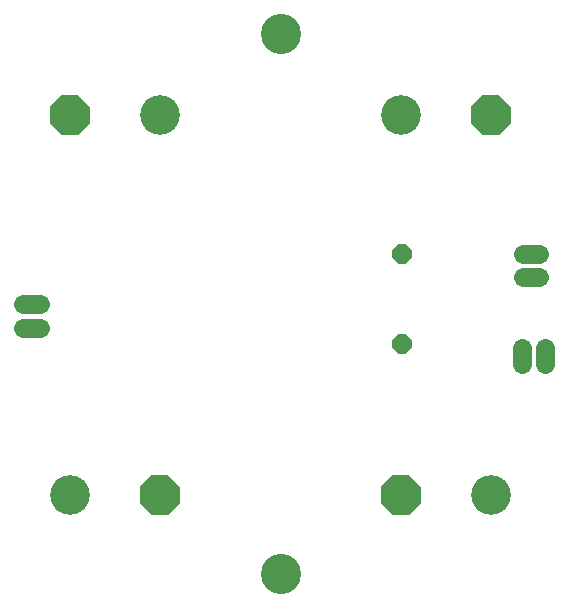
<source format=gbs>
G75*
G70*
%OFA0B0*%
%FSLAX24Y24*%
%IPPOS*%
%LPD*%
%AMOC8*
5,1,8,0,0,1.08239X$1,22.5*
%
%ADD10C,0.1340*%
%ADD11C,0.0635*%
%ADD12OC8,0.0640*%
%ADD13OC8,0.1320*%
%ADD14C,0.1320*%
D10*
X010180Y001180D03*
X010180Y019180D03*
D11*
X018230Y011867D02*
X018785Y011867D01*
X018785Y011080D02*
X018230Y011080D01*
X018193Y008735D02*
X018193Y008180D01*
X018980Y008180D02*
X018980Y008735D01*
X002130Y009393D02*
X001575Y009393D01*
X001575Y010180D02*
X002130Y010180D01*
D12*
X014190Y008850D03*
X014190Y011850D03*
D13*
X017180Y016480D03*
X014180Y003830D03*
X006130Y003830D03*
X003130Y016480D03*
D14*
X003130Y003830D03*
X006130Y016480D03*
X014180Y016480D03*
X017180Y003830D03*
M02*

</source>
